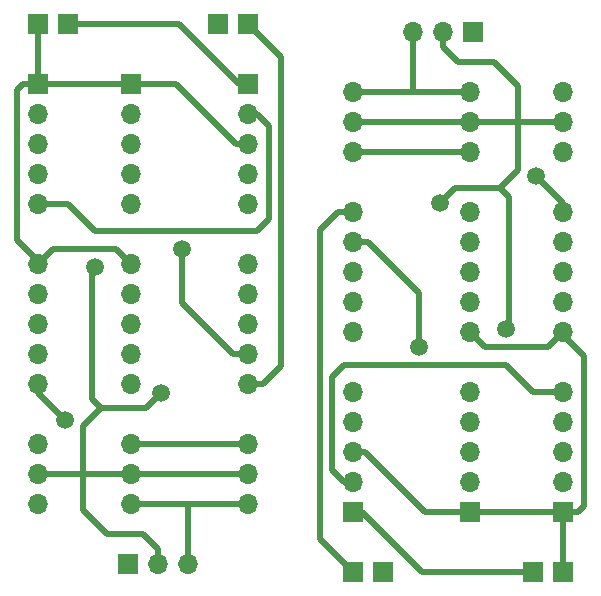
<source format=gtl>
G04 #@! TF.FileFunction,Copper,L1,Top,Signal*
%FSLAX46Y46*%
G04 Gerber Fmt 4.6, Leading zero omitted, Abs format (unit mm)*
G04 Created by KiCad (PCBNEW 4.0.5) date 03/25/17 21:32:30*
%MOMM*%
%LPD*%
G01*
G04 APERTURE LIST*
%ADD10C,0.100000*%
%ADD11R,1.700000X1.700000*%
%ADD12O,1.700000X1.700000*%
%ADD13C,1.500000*%
%ADD14C,0.500000*%
G04 APERTURE END LIST*
D10*
D11*
X105410000Y-142875000D03*
D12*
X105410000Y-140335000D03*
X105410000Y-137795000D03*
X105410000Y-135255000D03*
X105410000Y-132715000D03*
X105410000Y-127635000D03*
X105410000Y-125095000D03*
X105410000Y-122555000D03*
X105410000Y-120015000D03*
X105410000Y-117475000D03*
X105410000Y-112395000D03*
X105410000Y-109855000D03*
X105410000Y-107315000D03*
D11*
X115316000Y-142875000D03*
D12*
X115316000Y-140335000D03*
X115316000Y-137795000D03*
X115316000Y-135255000D03*
X115316000Y-132715000D03*
X115316000Y-127635000D03*
X115316000Y-125095000D03*
X115316000Y-122555000D03*
X115316000Y-120015000D03*
X115316000Y-117475000D03*
X115316000Y-112395000D03*
X115316000Y-109855000D03*
X115316000Y-107315000D03*
D11*
X115570000Y-102235000D03*
D12*
X113030000Y-102235000D03*
X110490000Y-102235000D03*
D11*
X107950000Y-147955000D03*
X105410000Y-147955000D03*
X123190000Y-147955000D03*
X120650000Y-147955000D03*
X123190000Y-142875000D03*
D12*
X123190000Y-140335000D03*
X123190000Y-137795000D03*
X123190000Y-135255000D03*
X123190000Y-132715000D03*
X123190000Y-127635000D03*
X123190000Y-125095000D03*
X123190000Y-122555000D03*
X123190000Y-120015000D03*
X123190000Y-117475000D03*
X123190000Y-112395000D03*
X123190000Y-109855000D03*
X123190000Y-107315000D03*
D11*
X78740000Y-106680000D03*
D12*
X78740000Y-109220000D03*
X78740000Y-111760000D03*
X78740000Y-114300000D03*
X78740000Y-116840000D03*
X78740000Y-121920000D03*
X78740000Y-124460000D03*
X78740000Y-127000000D03*
X78740000Y-129540000D03*
X78740000Y-132080000D03*
X78740000Y-137160000D03*
X78740000Y-139700000D03*
X78740000Y-142240000D03*
D11*
X81280000Y-101600000D03*
X78740000Y-101600000D03*
X96520000Y-101600000D03*
X93980000Y-101600000D03*
X86360000Y-147320000D03*
D12*
X88900000Y-147320000D03*
X91440000Y-147320000D03*
D11*
X86614000Y-106680000D03*
D12*
X86614000Y-109220000D03*
X86614000Y-111760000D03*
X86614000Y-114300000D03*
X86614000Y-116840000D03*
X86614000Y-121920000D03*
X86614000Y-124460000D03*
X86614000Y-127000000D03*
X86614000Y-129540000D03*
X86614000Y-132080000D03*
X86614000Y-137160000D03*
X86614000Y-139700000D03*
X86614000Y-142240000D03*
D11*
X96520000Y-106680000D03*
D12*
X96520000Y-109220000D03*
X96520000Y-111760000D03*
X96520000Y-114300000D03*
X96520000Y-116840000D03*
X96520000Y-121920000D03*
X96520000Y-124460000D03*
X96520000Y-127000000D03*
X96520000Y-129540000D03*
X96520000Y-132080000D03*
X96520000Y-137160000D03*
X96520000Y-139700000D03*
X96520000Y-142240000D03*
D13*
X118364000Y-127381000D03*
X112776000Y-116713000D03*
X89154000Y-132842000D03*
X83566000Y-122174000D03*
X120904000Y-114427000D03*
X81026000Y-135128000D03*
X110998000Y-128905000D03*
X90932000Y-120650000D03*
D14*
X106172000Y-142875000D02*
X111252000Y-147955000D01*
X111252000Y-147955000D02*
X120650000Y-147955000D01*
X105156000Y-142875000D02*
X106172000Y-142875000D01*
X96774000Y-106680000D02*
X95758000Y-106680000D01*
X90678000Y-101600000D02*
X81280000Y-101600000D01*
X95758000Y-106680000D02*
X90678000Y-101600000D01*
X123190000Y-142875000D02*
X123190000Y-147955000D01*
X124968000Y-129667000D02*
X124968000Y-142367000D01*
X124968000Y-142367000D02*
X124460000Y-142875000D01*
X124460000Y-142875000D02*
X123190000Y-142875000D01*
X123190000Y-127889000D02*
X124968000Y-129667000D01*
X123190000Y-127635000D02*
X123190000Y-127889000D01*
X116586000Y-128905000D02*
X121920000Y-128905000D01*
X121920000Y-128905000D02*
X123190000Y-127635000D01*
X115316000Y-127635000D02*
X116586000Y-128905000D01*
X123190000Y-142875000D02*
X115316000Y-142875000D01*
X106426000Y-137795000D02*
X111506000Y-142875000D01*
X111506000Y-142875000D02*
X115316000Y-142875000D01*
X105410000Y-137795000D02*
X106426000Y-137795000D01*
X96520000Y-111760000D02*
X95504000Y-111760000D01*
X90424000Y-106680000D02*
X86614000Y-106680000D01*
X95504000Y-111760000D02*
X90424000Y-106680000D01*
X78740000Y-106680000D02*
X86614000Y-106680000D01*
X86614000Y-121920000D02*
X85344000Y-120650000D01*
X80010000Y-120650000D02*
X78740000Y-121920000D01*
X85344000Y-120650000D02*
X80010000Y-120650000D01*
X78740000Y-121920000D02*
X78740000Y-121666000D01*
X78740000Y-121666000D02*
X76962000Y-119888000D01*
X77470000Y-106680000D02*
X78740000Y-106680000D01*
X76962000Y-107188000D02*
X77470000Y-106680000D01*
X76962000Y-119888000D02*
X76962000Y-107188000D01*
X78740000Y-106680000D02*
X78740000Y-101600000D01*
X105410000Y-147955000D02*
X105410000Y-147955000D01*
X102616000Y-145161000D02*
X105410000Y-147955000D01*
X102616000Y-145161000D02*
X102616000Y-118999000D01*
X102616000Y-118999000D02*
X104140000Y-117475000D01*
X105410000Y-117475000D02*
X104140000Y-117475000D01*
X96520000Y-132080000D02*
X97790000Y-132080000D01*
X99314000Y-130556000D02*
X97790000Y-132080000D01*
X99314000Y-104394000D02*
X99314000Y-130556000D01*
X99314000Y-104394000D02*
X96520000Y-101600000D01*
X96520000Y-101600000D02*
X96520000Y-101600000D01*
X105410000Y-112395000D02*
X115316000Y-112395000D01*
X96520000Y-137160000D02*
X86614000Y-137160000D01*
X118618000Y-116205000D02*
X118618000Y-127127000D01*
X118618000Y-127127000D02*
X118364000Y-127381000D01*
X117856000Y-115443000D02*
X118618000Y-116205000D01*
X119380000Y-109855000D02*
X115316000Y-109855000D01*
X123190000Y-109855000D02*
X119380000Y-109855000D01*
X119380000Y-109601000D02*
X119380000Y-109855000D01*
X119380000Y-113919000D02*
X117856000Y-115443000D01*
X119380000Y-109601000D02*
X119380000Y-113919000D01*
X114046000Y-115443000D02*
X112776000Y-116713000D01*
X117856000Y-115443000D02*
X114046000Y-115443000D01*
X105410000Y-109855000D02*
X115316000Y-109855000D01*
X113030000Y-103505000D02*
X114300000Y-104775000D01*
X114300000Y-104775000D02*
X117348000Y-104775000D01*
X117348000Y-104775000D02*
X119380000Y-106807000D01*
X119380000Y-106807000D02*
X119380000Y-109855000D01*
X113030000Y-102235000D02*
X113030000Y-103505000D01*
X88900000Y-147320000D02*
X88900000Y-146050000D01*
X82550000Y-142748000D02*
X82550000Y-139700000D01*
X84582000Y-144780000D02*
X82550000Y-142748000D01*
X87630000Y-144780000D02*
X84582000Y-144780000D01*
X88900000Y-146050000D02*
X87630000Y-144780000D01*
X96520000Y-139700000D02*
X86614000Y-139700000D01*
X84074000Y-134112000D02*
X87884000Y-134112000D01*
X87884000Y-134112000D02*
X89154000Y-132842000D01*
X82550000Y-139954000D02*
X82550000Y-135636000D01*
X82550000Y-135636000D02*
X84074000Y-134112000D01*
X82550000Y-139954000D02*
X82550000Y-139700000D01*
X78740000Y-139700000D02*
X82550000Y-139700000D01*
X82550000Y-139700000D02*
X86614000Y-139700000D01*
X84074000Y-134112000D02*
X83312000Y-133350000D01*
X83312000Y-122428000D02*
X83566000Y-122174000D01*
X83312000Y-133350000D02*
X83312000Y-122428000D01*
X110490000Y-107315000D02*
X105410000Y-107315000D01*
X113030000Y-107315000D02*
X110490000Y-107315000D01*
X115316000Y-107315000D02*
X113030000Y-107315000D01*
X110490000Y-102235000D02*
X110490000Y-107315000D01*
X91440000Y-147320000D02*
X91440000Y-142240000D01*
X86614000Y-142240000D02*
X88900000Y-142240000D01*
X88900000Y-142240000D02*
X91440000Y-142240000D01*
X91440000Y-142240000D02*
X96520000Y-142240000D01*
X120650000Y-132715000D02*
X123190000Y-132715000D01*
X103632000Y-139319000D02*
X104648000Y-140335000D01*
X103632000Y-131445000D02*
X103632000Y-139319000D01*
X104648000Y-130429000D02*
X103632000Y-131445000D01*
X118364000Y-130429000D02*
X104648000Y-130429000D01*
X120650000Y-132715000D02*
X118364000Y-130429000D01*
X105410000Y-140335000D02*
X104648000Y-140335000D01*
X96520000Y-109220000D02*
X97282000Y-109220000D01*
X81280000Y-116840000D02*
X83566000Y-119126000D01*
X83566000Y-119126000D02*
X97282000Y-119126000D01*
X97282000Y-119126000D02*
X98298000Y-118110000D01*
X98298000Y-118110000D02*
X98298000Y-110236000D01*
X98298000Y-110236000D02*
X97282000Y-109220000D01*
X81280000Y-116840000D02*
X78740000Y-116840000D01*
X123190000Y-116713000D02*
X123190000Y-117475000D01*
X120904000Y-114427000D02*
X123190000Y-116713000D01*
X81026000Y-135128000D02*
X78740000Y-132842000D01*
X78740000Y-132842000D02*
X78740000Y-132080000D01*
X105410000Y-120015000D02*
X105410000Y-120015000D01*
X110998000Y-128905000D02*
X110998000Y-124333000D01*
X110998000Y-124333000D02*
X106680000Y-120015000D01*
X106680000Y-120015000D02*
X105410000Y-120015000D01*
X95250000Y-129540000D02*
X96520000Y-129540000D01*
X90932000Y-125222000D02*
X95250000Y-129540000D01*
X90932000Y-120650000D02*
X90932000Y-125222000D01*
X96520000Y-129540000D02*
X96520000Y-129540000D01*
M02*

</source>
